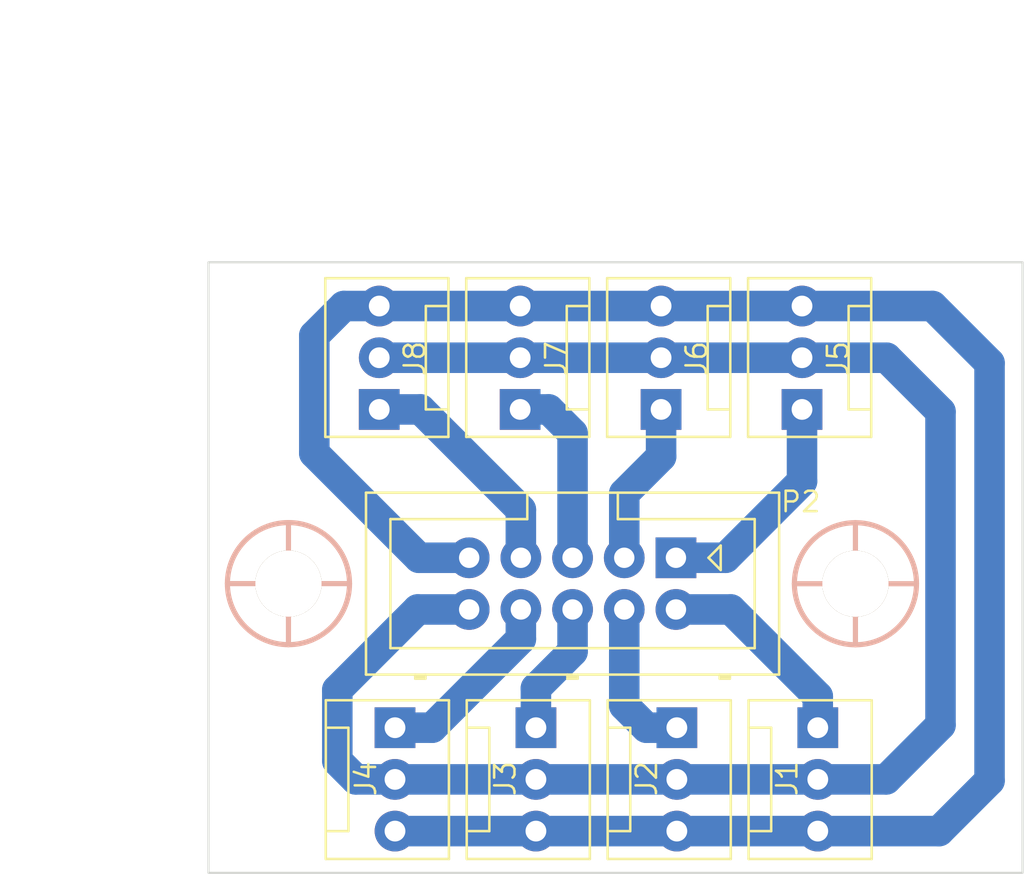
<source format=kicad_pcb>
(kicad_pcb (version 20221018) (generator pcbnew)
  (layers (0 "F.Cu" signal) (31 "B.Cu" signal) (34 "B.Paste" user) (35 "F.Paste" user) (36 "B.SilkS" user "B.Silkscreen") (37 "F.SilkS" user "F.Silkscreen") (38 "B.Mask" user) (39 "F.Mask" user) (44 "Edge.Cuts" user))
  (net 0 "")
  (net 1 "/INP_1")
  (net 2 "+5V")
  (net 3 "GND")
  (net 4 "/INP_2")
  (net 5 "/INP_3")
  (net 6 "/INP_4")
  (net 7 "/INP_5")
  (net 8 "/INP_6")
  (net 9 "/INP_7")
  (net 10 "/INP_8")
  (footprint "Connector:FanPinHeader_1x03_P2.54mm_Vertical" (layer "F.Cu") (at 141.36 114.675 -90)
    (fp_text reference "J4" (at 2.5 1.435 -270) (layer "F.SilkS") (effects (font (thickness 0.125))))
    (fp_text value "Conn")
    (fp_line (start -1.35 -2.65) (end 6.45 -2.65) (stroke (width 0.125)) (layer "F.SilkS"))
    (fp_line (start -1.35 3.4) (end -1.35 -2.65) (stroke (width 0.125)) (layer "F.SilkS"))
    (fp_line (start 0 2.29) (end 5.08 2.29) (stroke (width 0.125)) (layer "F.SilkS"))
    (fp_line (start 0 3.3) (end 0 2.29) (stroke (width 0.125)) (layer "F.SilkS"))
    (fp_line (start 5.08 2.29) (end 5.08 3.3) (stroke (width 0.125)) (layer "F.SilkS"))
    (fp_line (start 6.45 -2.65) (end 6.45 3.4) (stroke (width 0.125)) (layer "F.SilkS"))
    (fp_line (start 6.45 3.4) (end -1.35 3.4) (stroke (width 0.125)) (layer "F.SilkS"))
    (pad "1" thru_hole rect (at 0 0) (size 2 2) (drill 1.02) (layers "*.Cu" "*.Mask") (net 6 "/INP_4"))
    (pad "2" thru_hole oval (at 2.54 0) (size 2 2) (drill 1.02) (layers "*.Cu" "*.Mask") (net 2 "+5V"))
    (pad "3" thru_hole oval (at 5.08 0) (size 2 2) (drill 1.02) (layers "*.Cu" "*.Mask") (net 3 "GND"))
  )
  (footprint "Connector:FanPinHeader_1x03_P2.54mm_Vertical" (layer "F.Cu") (at 148.285 114.675 -90)
    (fp_text reference "J3" (at 2.5 1.51 -270) (layer "F.SilkS") (effects (font (thickness 0.125))))
    (fp_text value "Conn")
    (fp_line (start -1.35 -2.65) (end 6.45 -2.65) (stroke (width 0.125)) (layer "F.SilkS"))
    (fp_line (start -1.35 3.4) (end -1.35 -2.65) (stroke (width 0.125)) (layer "F.SilkS"))
    (fp_line (start 0 2.29) (end 5.08 2.29) (stroke (width 0.125)) (layer "F.SilkS"))
    (fp_line (start 0 3.3) (end 0 2.29) (stroke (width 0.125)) (layer "F.SilkS"))
    (fp_line (start 5.08 2.29) (end 5.08 3.3) (stroke (width 0.125)) (layer "F.SilkS"))
    (fp_line (start 6.45 -2.65) (end 6.45 3.4) (stroke (width 0.125)) (layer "F.SilkS"))
    (fp_line (start 6.45 3.4) (end -1.35 3.4) (stroke (width 0.125)) (layer "F.SilkS"))
    (pad "1" thru_hole rect (at 0 0) (size 2 2) (drill 1.02) (layers "*.Cu" "*.Mask") (net 5 "/INP_3"))
    (pad "2" thru_hole oval (at 2.54 0) (size 2 2) (drill 1.02) (layers "*.Cu" "*.Mask") (net 2 "+5V"))
    (pad "3" thru_hole oval (at 5.08 0) (size 2 2) (drill 1.02) (layers "*.Cu" "*.Mask") (net 3 "GND"))
  )
  (footprint "Connector:FanPinHeader_1x03_P2.54mm_Vertical" (layer "F.Cu") (at 154.435 99.035 90)
    (fp_text reference "J6" (at 2.5 1.74 90) (layer "F.SilkS") (effects (font (thickness 0.125))))
    (fp_text value "Conn")
    (fp_line (start -1.35 -2.65) (end 6.45 -2.65) (stroke (width 0.125)) (layer "F.SilkS"))
    (fp_line (start -1.35 3.4) (end -1.35 -2.65) (stroke (width 0.125)) (layer "F.SilkS"))
    (fp_line (start 0 2.29) (end 5.08 2.29) (stroke (width 0.125)) (layer "F.SilkS"))
    (fp_line (start 0 3.3) (end 0 2.29) (stroke (width 0.125)) (layer "F.SilkS"))
    (fp_line (start 5.08 2.29) (end 5.08 3.3) (stroke (width 0.125)) (layer "F.SilkS"))
    (fp_line (start 6.45 -2.65) (end 6.45 3.4) (stroke (width 0.125)) (layer "F.SilkS"))
    (fp_line (start 6.45 3.4) (end -1.35 3.4) (stroke (width 0.125)) (layer "F.SilkS"))
    (pad "1" thru_hole rect (at 0 0 180) (size 2 2) (drill 1.02) (layers "*.Cu" "*.Mask") (net 8 "/INP_6"))
    (pad "2" thru_hole oval (at 2.54 0 180) (size 2 2) (drill 1.02) (layers "*.Cu" "*.Mask") (net 2 "+5V"))
    (pad "3" thru_hole oval (at 5.08 0 180) (size 2 2) (drill 1.02) (layers "*.Cu" "*.Mask") (net 3 "GND"))
  )
  (footprint "Connector:FanPinHeader_1x03_P2.54mm_Vertical" (layer "F.Cu") (at 161.36 99.035 90)
    (fp_text reference "J5" (at 2.5 1.765 90) (layer "F.SilkS") (effects (font (thickness 0.125))))
    (fp_text value "Conn")
    (fp_line (start -1.35 -2.65) (end 6.45 -2.65) (stroke (width 0.125)) (layer "F.SilkS"))
    (fp_line (start -1.35 3.4) (end -1.35 -2.65) (stroke (width 0.125)) (layer "F.SilkS"))
    (fp_line (start 0 2.29) (end 5.08 2.29) (stroke (width 0.125)) (layer "F.SilkS"))
    (fp_line (start 0 3.3) (end 0 2.29) (stroke (width 0.125)) (layer "F.SilkS"))
    (fp_line (start 5.08 2.29) (end 5.08 3.3) (stroke (width 0.125)) (layer "F.SilkS"))
    (fp_line (start 6.45 -2.65) (end 6.45 3.4) (stroke (width 0.125)) (layer "F.SilkS"))
    (fp_line (start 6.45 3.4) (end -1.35 3.4) (stroke (width 0.125)) (layer "F.SilkS"))
    (pad "1" thru_hole rect (at 0 0 180) (size 2 2) (drill 1.02) (layers "*.Cu" "*.Mask") (net 7 "/INP_5"))
    (pad "2" thru_hole oval (at 2.54 0 180) (size 2 2) (drill 1.02) (layers "*.Cu" "*.Mask") (net 2 "+5V"))
    (pad "3" thru_hole oval (at 5.08 0 180) (size 2 2) (drill 1.02) (layers "*.Cu" "*.Mask") (net 3 "GND"))
  )
  (footprint "EESTN5-v2:Header_2x05x2.54mm_Vertical" (layer "F.Cu") (at 150.085 107.595 180)
    (fp_text reference "P2" (at -11.21 4.02) (layer "F.SilkS") (effects (font (thickness 0.125))))
    (fp_text value "HEADER_02X05")
    (fp_line (start -10.15 -4.47) (end 10.15 -4.47) (stroke (width 0.125)) (layer "F.SilkS"))
    (fp_line (start -10.15 4.47) (end -10.15 -4.47) (stroke (width 0.125)) (layer "F.SilkS"))
    (fp_line (start -8.95 -3.17) (end 8.95 -3.17) (stroke (width 0.125)) (layer "F.SilkS"))
    (fp_line (start -8.95 3.17) (end -8.95 -3.17) (stroke (width 0.125)) (layer "F.SilkS"))
    (fp_line (start -7.73 -4.67) (end -7.23 -4.67) (stroke (width 0.125)) (layer "F.SilkS"))
    (fp_line (start -7.73 -4.57) (end -7.23 -4.57) (stroke (width 0.125)) (layer "F.SilkS"))
    (fp_line (start -7.73 -4.47) (end -7.73 -4.67) (stroke (width 0.125)) (layer "F.SilkS"))
    (fp_line (start -7.28 0.67) (end -6.68 1.27) (stroke (width 0.125)) (layer "F.SilkS"))
    (fp_line (start -7.28 1.87) (end -7.28 0.67) (stroke (width 0.125)) (layer "F.SilkS"))
    (fp_line (start -7.23 -4.67) (end -7.23 -4.47) (stroke (width 0.125)) (layer "F.SilkS"))
    (fp_line (start -6.68 1.27) (end -7.28 1.87) (stroke (width 0.125)) (layer "F.SilkS"))
    (fp_line (start -2.225 3.17) (end -8.95 3.17) (stroke (width 0.125)) (layer "F.SilkS"))
    (fp_line (start -2.225 4.47) (end -2.225 3.17) (stroke (width 0.125)) (layer "F.SilkS"))
    (fp_line (start -0.25 -4.67) (end 0.25 -4.67) (stroke (width 0.125)) (layer "F.SilkS"))
    (fp_line (start -0.25 -4.57) (end 0.25 -4.57) (stroke (width 0.125)) (layer "F.SilkS"))
    (fp_line (start -0.25 -4.47) (end -0.25 -4.67) (stroke (width 0.125)) (layer "F.SilkS"))
    (fp_line (start 0.25 -4.67) (end 0.25 -4.47) (stroke (width 0.125)) (layer "F.SilkS"))
    (fp_line (start 2.225 3.17) (end 2.225 4.47) (stroke (width 0.125)) (layer "F.SilkS"))
    (fp_line (start 7.23 -4.67) (end 7.73 -4.67) (stroke (width 0.125)) (layer "F.SilkS"))
    (fp_line (start 7.23 -4.57) (end 7.73 -4.57) (stroke (width 0.125)) (layer "F.SilkS"))
    (fp_line (start 7.23 -4.47) (end 7.23 -4.67) (stroke (width 0.125)) (layer "F.SilkS"))
    (fp_line (start 7.73 -4.67) (end 7.73 -4.47) (stroke (width 0.125)) (layer "F.SilkS"))
    (fp_line (start 8.95 -3.17) (end 8.95 3.17) (stroke (width 0.125)) (layer "F.SilkS"))
    (fp_line (start 8.95 3.17) (end 2.225 3.17) (stroke (width 0.125)) (layer "F.SilkS"))
    (fp_line (start 10.15 -4.47) (end 10.15 4.47) (stroke (width 0.125)) (layer "F.SilkS"))
    (fp_line (start 10.15 4.47) (end -10.15 4.47) (stroke (width 0.125)) (layer "F.SilkS"))
    (pad "1" thru_hole rect (at -5.08 1.27 180) (size 2 2) (drill 1) (layers "*.Cu" "*.Mask") (net 7 "/INP_5"))
    (pad "2" thru_hole circle (at -5.08 -1.27 180) (size 2 2) (drill 1) (layers "*.Cu" "*.Mask") (net 1 "/INP_1"))
    (pad "3" thru_hole circle (at -2.54 1.27 180) (size 2 2) (drill 1) (layers "*.Cu" "*.Mask") (net 8 "/INP_6"))
    (pad "4" thru_hole circle (at -2.54 -1.27 180) (size 2 2) (drill 1) (layers "*.Cu" "*.Mask") (net 4 "/INP_2"))
    (pad "5" thru_hole circle (at 0 1.27 180) (size 2 2) (drill 1) (layers "*.Cu" "*.Mask") (net 9 "/INP_7"))
    (pad "6" thru_hole circle (at 0 -1.27 180) (size 2 2) (drill 1) (layers "*.Cu" "*.Mask") (net 5 "/INP_3"))
    (pad "7" thru_hole circle (at 2.54 1.27 180) (size 2 2) (drill 1) (layers "*.Cu" "*.Mask") (net 10 "/INP_8"))
    (pad "8" thru_hole circle (at 2.54 -1.27 180) (size 2 2) (drill 1) (layers "*.Cu" "*.Mask") (net 6 "/INP_4"))
    (pad "9" thru_hole circle (at 5.08 1.27 180) (size 2 2) (drill 1) (layers "*.Cu" "*.Mask") (net 3 "GND"))
    (pad "10" thru_hole circle (at 5.08 -1.27 180) (size 2 2) (drill 1) (layers "*.Cu" "*.Mask") (net 2 "+5V"))
  )
  (footprint "EESTN5-v2:Separador_M3_5mm" (layer "F.Cu") (at 136.125 107.595 90)
    (fp_text reference "H3" hide)
    (fp_text value "Mounting_Hole" hide)
    (fp_line (start -3 0) (end 3 0) (stroke (width 0.254)) (layer "B.SilkS"))
    (fp_line (start 0 -3) (end 0 3) (stroke (width 0.254)) (layer "B.SilkS"))
    (fp_circle (center 0 0) (end 3 0) (stroke (width 0.254)) (fill none) (layer "B.SilkS"))
    (fp_line (start -3 0) (end 3 0) (stroke (width 0.125)) (layer "F.SilkS"))
    (fp_line (start 0 -3) (end 0 3) (stroke (width 0.125)) (layer "F.SilkS"))
    (fp_circle (center 0 0) (end 3 0) (stroke (width 0.125)) (fill none) (layer "F.SilkS"))
    (pad "1" thru_hole circle (at 0 0 90) (size 3.25 3.25) (drill 3.25) (layers "*.Cu" "F.SilkS"))
  )
  (footprint "Connector:FanPinHeader_1x03_P2.54mm_Vertical" (layer "F.Cu") (at 147.51 99.035 90)
    (fp_text reference "J7" (at 2.5 1.765 90) (layer "F.SilkS") (effects (font (thickness 0.125))))
    (fp_text value "Conn")
    (fp_line (start -1.35 -2.65) (end 6.45 -2.65) (stroke (width 0.125)) (layer "F.SilkS"))
    (fp_line (start -1.35 3.4) (end -1.35 -2.65) (stroke (width 0.125)) (layer "F.SilkS"))
    (fp_line (start 0 2.29) (end 5.08 2.29) (stroke (width 0.125)) (layer "F.SilkS"))
    (fp_line (start 0 3.3) (end 0 2.29) (stroke (width 0.125)) (layer "F.SilkS"))
    (fp_line (start 5.08 2.29) (end 5.08 3.3) (stroke (width 0.125)) (layer "F.SilkS"))
    (fp_line (start 6.45 -2.65) (end 6.45 3.4) (stroke (width 0.125)) (layer "F.SilkS"))
    (fp_line (start 6.45 3.4) (end -1.35 3.4) (stroke (width 0.125)) (layer "F.SilkS"))
    (pad "1" thru_hole rect (at 0 0 180) (size 2 2) (drill 1.02) (layers "*.Cu" "*.Mask") (net 9 "/INP_7"))
    (pad "2" thru_hole oval (at 2.54 0 180) (size 2 2) (drill 1.02) (layers "*.Cu" "*.Mask") (net 2 "+5V"))
    (pad "3" thru_hole oval (at 5.08 0 180) (size 2 2) (drill 1.02) (layers "*.Cu" "*.Mask") (net 3 "GND"))
  )
  (footprint "EESTN5-v2:Separador_M3_5mm" (layer "F.Cu") (at 163.985 107.6 90)
    (fp_text reference "H4" hide)
    (fp_text value "Mounting_Hole" hide)
    (fp_line (start -3 0) (end 3 0) (stroke (width 0.254)) (layer "B.SilkS"))
    (fp_line (start 0 -3) (end 0 3) (stroke (width 0.254)) (layer "B.SilkS"))
    (fp_circle (center 0 0) (end 3 0) (stroke (width 0.254)) (fill none) (layer "B.SilkS"))
    (fp_line (start -3 0) (end 3 0) (stroke (width 0.125)) (layer "F.SilkS"))
    (fp_line (start 0 -3) (end 0 3) (stroke (width 0.125)) (layer "F.SilkS"))
    (fp_circle (center 0 0) (end 3 0) (stroke (width 0.125)) (fill none) (layer "F.SilkS"))
    (pad "1" thru_hole circle (at 0 0 90) (size 3.25 3.25) (drill 3.25) (layers "*.Cu" "F.SilkS"))
  )
  (footprint "Connector:FanPinHeader_1x03_P2.54mm_Vertical" (layer "F.Cu") (at 140.585 99.035 90)
    (fp_text reference "J8" (at 2.5 1.74 90) (layer "F.SilkS") (effects (font (thickness 0.125))))
    (fp_text value "Conn")
    (fp_line (start -1.35 -2.65) (end 6.45 -2.65) (stroke (width 0.125)) (layer "F.SilkS"))
    (fp_line (start -1.35 3.4) (end -1.35 -2.65) (stroke (width 0.125)) (layer "F.SilkS"))
    (fp_line (start 0 2.29) (end 5.08 2.29) (stroke (width 0.125)) (layer "F.SilkS"))
    (fp_line (start 0 3.3) (end 0 2.29) (stroke (width 0.125)) (layer "F.SilkS"))
    (fp_line (start 5.08 2.29) (end 5.08 3.3) (stroke (width 0.125)) (layer "F.SilkS"))
    (fp_line (start 6.45 -2.65) (end 6.45 3.4) (stroke (width 0.125)) (layer "F.SilkS"))
    (fp_line (start 6.45 3.4) (end -1.35 3.4) (stroke (width 0.125)) (layer "F.SilkS"))
    (pad "1" thru_hole rect (at 0 0 180) (size 2 2) (drill 1.02) (layers "*.Cu" "*.Mask") (net 10 "/INP_8"))
    (pad "2" thru_hole oval (at 2.54 0 180) (size 2 2) (drill 1.02) (layers "*.Cu" "*.Mask") (net 2 "+5V"))
    (pad "3" thru_hole oval (at 5.08 0 180) (size 2 2) (drill 1.02) (layers "*.Cu" "*.Mask") (net 3 "GND"))
  )
  (footprint "Connector:FanPinHeader_1x03_P2.54mm_Vertical" (layer "F.Cu") (at 155.21 114.675 -90)
    (fp_text reference "J2" (at 2.5 1.485 -270) (layer "F.SilkS") (effects (font (thickness 0.125))))
    (fp_text value "Conn")
    (fp_line (start -1.35 -2.65) (end 6.45 -2.65) (stroke (width 0.125)) (layer "F.SilkS"))
    (fp_line (start -1.35 3.4) (end -1.35 -2.65) (stroke (width 0.125)) (layer "F.SilkS"))
    (fp_line (start 0 2.29) (end 5.08 2.29) (stroke (width 0.125)) (layer "F.SilkS"))
    (fp_line (start 0 3.3) (end 0 2.29) (stroke (width 0.125)) (layer "F.SilkS"))
    (fp_line (start 5.08 2.29) (end 5.08 3.3) (stroke (width 0.125)) (layer "F.SilkS"))
    (fp_line (start 6.45 -2.65) (end 6.45 3.4) (stroke (width 0.125)) (layer "F.SilkS"))
    (fp_line (start 6.45 3.4) (end -1.35 3.4) (stroke (width 0.125)) (layer "F.SilkS"))
    (pad "1" thru_hole rect (at 0 0) (size 2 2) (drill 1.02) (layers "*.Cu" "*.Mask") (net 4 "/INP_2"))
    (pad "2" thru_hole oval (at 2.54 0) (size 2 2) (drill 1.02) (layers "*.Cu" "*.Mask") (net 2 "+5V"))
    (pad "3" thru_hole oval (at 5.08 0) (size 2 2) (drill 1.02) (layers "*.Cu" "*.Mask") (net 3 "GND"))
  )
  (footprint "Connector:FanPinHeader_1x03_P2.54mm_Vertical" (layer "F.Cu") (at 162.135 114.675 -90)
    (fp_text reference "J1" (at 2.5 1.51 90) (layer "F.SilkS") (effects (font (thickness 0.125))))
    (fp_text value "Conn")
    (fp_line (start -1.35 -2.65) (end 6.45 -2.65) (stroke (width 0.125)) (layer "F.SilkS"))
    (fp_line (start -1.35 3.4) (end -1.35 -2.65) (stroke (width 0.125)) (layer "F.SilkS"))
    (fp_line (start 0 2.29) (end 5.08 2.29) (stroke (width 0.125)) (layer "F.SilkS"))
    (fp_line (start 0 3.3) (end 0 2.29) (stroke (width 0.125)) (layer "F.SilkS"))
    (fp_line (start 5.08 2.29) (end 5.08 3.3) (stroke (width 0.125)) (layer "F.SilkS"))
    (fp_line (start 6.45 -2.65) (end 6.45 3.4) (stroke (width 0.125)) (layer "F.SilkS"))
    (fp_line (start 6.45 3.4) (end -1.35 3.4) (stroke (width 0.125)) (layer "F.SilkS"))
    (pad "1" thru_hole rect (at 0 0) (size 2 2) (drill 1.02) (layers "*.Cu" "*.Mask") (net 1 "/INP_1"))
    (pad "2" thru_hole oval (at 2.54 0) (size 2 2) (drill 1.02) (layers "*.Cu" "*.Mask") (net 2 "+5V"))
    (pad "3" thru_hole oval (at 5.08 0) (size 2 2) (drill 1.02) (layers "*.Cu" "*.Mask") (net 3 "GND"))
  )
  (gr_rect (start 132.195 91.805) (end 172.195 121.805) (stroke (width 0.1)) (fill none) (layer "Edge.Cuts"))
  (segment (start 162.135 114.675) (end 162.135 113.135) (width 1.5) (layer "B.Cu") (net 1))
  (segment (start 162.135 113.135) (end 157.865 108.865) (width 1.5) (layer "B.Cu") (net 1))
  (segment (start 157.865 108.865) (end 155.165 108.865) (width 1.5) (layer "B.Cu") (net 1))
  (segment (start 168.165 114.545) (end 168.165 99.145) (width 1.5) (layer "B.Cu") (net 2))
  (segment (start 155.21 117.215) (end 162.135 117.215) (width 1.5) (layer "B.Cu") (net 2))
  (segment (start 165.515 96.495) (end 161.36 96.495) (width 1.5) (layer "B.Cu") (net 2))
  (segment (start 138.525 116.305) (end 138.525 112.815) (width 1.5) (layer "B.Cu") (net 2))
  (segment (start 162.135 117.215) (end 165.495 117.215) (width 1.5) (layer "B.Cu") (net 2))
  (segment (start 142.475 108.865) (end 145.005 108.865) (width 1.5) (layer "B.Cu") (net 2))
  (segment (start 139.435 117.215) (end 138.525 116.305) (width 1.5) (layer "B.Cu") (net 2))
  (segment (start 165.495 117.215) (end 168.165 114.545) (width 1.5) (layer "B.Cu") (net 2))
  (segment (start 148.285 117.215) (end 155.21 117.215) (width 1.5) (layer "B.Cu") (net 2))
  (segment (start 168.165 99.145) (end 165.515 96.495) (width 1.5) (layer "B.Cu") (net 2))
  (segment (start 147.51 96.495) (end 154.435 96.495) (width 1.5) (layer "B.Cu") (net 2))
  (segment (start 138.525 112.815) (end 142.475 108.865) (width 1.5) (layer "B.Cu") (net 2))
  (segment (start 154.435 96.495) (end 161.36 96.495) (width 1.5) (layer "B.Cu") (net 2))
  (segment (start 141.36 117.215) (end 139.435 117.215) (width 1.5) (layer "B.Cu") (net 2))
  (segment (start 141.36 117.215) (end 148.285 117.215) (width 1.5) (layer "B.Cu") (net 2))
  (segment (start 140.585 96.495) (end 147.51 96.495) (width 1.5) (layer "B.Cu") (net 2))
  (segment (start 138.845 93.955) (end 137.395 95.405) (width 1.5) (layer "B.Cu") (net 3))
  (segment (start 137.395 95.405) (end 137.395 101.185) (width 1.5) (layer "B.Cu") (net 3))
  (segment (start 141.36 119.755) (end 148.285 119.755) (width 1.5) (layer "B.Cu") (net 3))
  (segment (start 137.395 101.185) (end 142.535 106.325) (width 1.5) (layer "B.Cu") (net 3))
  (segment (start 142.535 106.325) (end 145.005 106.325) (width 1.5) (layer "B.Cu") (net 3))
  (segment (start 154.435 93.955) (end 161.36 93.955) (width 1.5) (layer "B.Cu") (net 3))
  (segment (start 148.285 119.755) (end 155.21 119.755) (width 1.5) (layer "B.Cu") (net 3))
  (segment (start 147.51 93.955) (end 154.435 93.955) (width 1.5) (layer "B.Cu") (net 3))
  (segment (start 155.21 119.755) (end 162.135 119.755) (width 1.5) (layer "B.Cu") (net 3))
  (segment (start 170.575 96.755) (end 167.775 93.955) (width 1.5) (layer "B.Cu") (net 3))
  (segment (start 167.775 93.955) (end 161.36 93.955) (width 1.5) (layer "B.Cu") (net 3))
  (segment (start 140.585 93.955) (end 147.51 93.955) (width 1.5) (layer "B.Cu") (net 3))
  (segment (start 168.095 119.755) (end 170.575 117.275) (width 1.5) (layer "B.Cu") (net 3))
  (segment (start 170.575 117.275) (end 170.575 96.755) (width 1.5) (layer "B.Cu") (net 3))
  (segment (start 162.135 119.755) (end 168.095 119.755) (width 1.5) (layer "B.Cu") (net 3))
  (segment (start 140.585 93.955) (end 138.845 93.955) (width 1.5) (layer "B.Cu") (net 3))
  (segment (start 155.21 114.675) (end 153.715 114.675) (width 1.5) (layer "B.Cu") (net 4))
  (segment (start 153.715 114.675) (end 152.625 113.585) (width 1.5) (layer "B.Cu") (net 4))
  (segment (start 152.625 113.585) (end 152.625 108.865) (width 1.5) (layer "B.Cu") (net 4))
  (segment (start 148.285 114.675) (end 148.285 112.735) (width 1.5) (layer "B.Cu") (net 5))
  (segment (start 150.085 110.935) (end 150.085 108.865) (width 1.5) (layer "B.Cu") (net 5))
  (segment (start 148.285 112.735) (end 150.085 110.935) (width 1.5) (layer "B.Cu") (net 5))
  (segment (start 147.545 110.315) (end 143.185 114.675) (width 1.5) (layer "B.Cu") (net 6))
  (segment (start 147.545 108.865) (end 147.545 110.315) (width 1.5) (layer "B.Cu") (net 6))
  (segment (start 143.185 114.675) (end 141.36 114.675) (width 1.5) (layer "B.Cu") (net 6))
  (segment (start 157.605 106.325) (end 155.165 106.325) (width 1.5) (layer "B.Cu") (net 7))
  (segment (start 161.36 99.035) (end 161.36 102.57) (width 1.5) (layer "B.Cu") (net 7))
  (segment (start 161.36 102.57) (end 157.605 106.325) (width 1.5) (layer "B.Cu") (net 7))
  (segment (start 154.435 101.355) (end 152.625 103.165) (width 1.5) (layer "B.Cu") (net 8))
  (segment (start 154.435 99.035) (end 154.435 101.355) (width 1.5) (layer "B.Cu") (net 8))
  (segment (start 152.625 103.165) (end 152.625 106.325) (width 1.5) (layer "B.Cu") (net 8))
  (segment (start 150.085 100.205) (end 150.085 106.325) (width 1.5) (layer "B.Cu") (net 9))
  (segment (start 147.51 99.035) (end 148.915 99.035) (width 1.5) (layer "B.Cu") (net 9))
  (segment (start 148.915 99.035) (end 150.085 100.205) (width 1.5) (layer "B.Cu") (net 9))
  (segment (start 142.615 99.035) (end 140.585 99.035) (width 1.5) (layer "B.Cu") (net 10))
  (segment (start 147.545 103.965) (end 142.615 99.035) (width 1.5) (layer "B.Cu") (net 10))
  (segment (start 147.545 106.325) (end 147.545 103.965) (width 1.5) (layer "B.Cu") (net 10))
)
</source>
